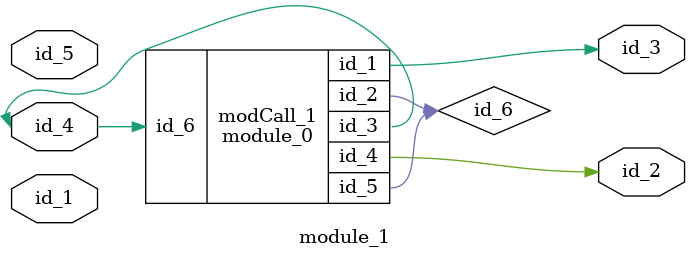
<source format=v>
module module_0 (
    id_1,
    id_2,
    id_3,
    id_4,
    id_5,
    id_6
);
  input wire id_6;
  inout wire id_5;
  output wire id_4;
  inout wire id_3;
  output wire id_2;
  output wire id_1;
  assign id_2 = 1;
  always @(1) $display;
endmodule
module module_1 (
    id_1,
    id_2,
    id_3,
    id_4,
    id_5
);
  input wire id_5;
  inout wire id_4;
  output wire id_3;
  output wire id_2;
  input wire id_1;
  wire id_6;
  module_0 modCall_1 (
      id_3,
      id_6,
      id_4,
      id_2,
      id_6,
      id_4
  );
endmodule

</source>
